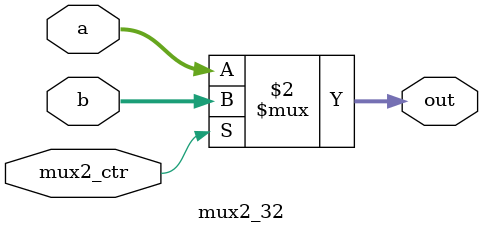
<source format=v>
`timescale 1ns / 1ps


module mux2_32(
    input[31:0] a,
    input[31:0] b,
    
    input       mux2_ctr,
    output[31:0]   out
    );
    
    assign out =    (mux2_ctr == 1'd0) ? a  :
                    b;
endmodule

</source>
